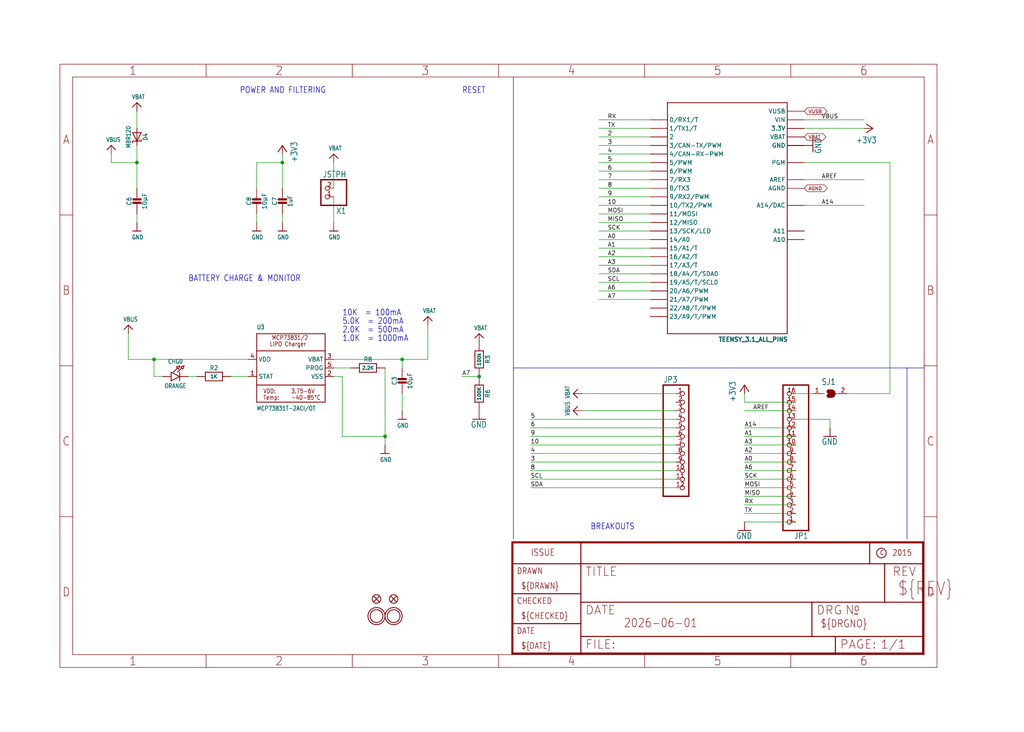
<source format=kicad_sch>
(kicad_sch (version 20230121) (generator eeschema)
  (paper "User" 303.962 217.322)
  (lib_symbols
    (symbol "working-eagle-import:+3V3" (power)
      (property "Value" "+3V3" (at -2.54 -5.08 90))
      (symbol "+3V3_1_0"
        (polyline (pts (xy 0 0) (xy -1.27 -1.905)) (stroke (width 0.254)))
        (polyline (pts (xy 1.27 -1.905) (xy 0 0)) (stroke (width 0.254)))
        (pin power_in line (at 0 -2.54 90) (length 2.54) (name "+3V3") (number "1"))
      )
    )
    (symbol "working-eagle-import:CAP_CERAMIC0603_NO"
      (property "Reference" "C" (at -2.29 1.25 90))
      (symbol "CAP_CERAMIC0603_NO_1_0"
        (rectangle (start -1.27 0.508) (end 1.27 1.016) (fill (type outline)))
        (rectangle (start -1.27 1.524) (end 1.27 2.032) (fill (type outline)))
        (polyline (pts (xy 0 0.762) (xy 0 0)) (stroke (width 0.1524)))
        (polyline (pts (xy 0 2.54) (xy 0 1.778)) (stroke (width 0.1524)))
        (pin passive line (at 0 5.08 270) (length 2.54) (name "1") (number "1"))
        (pin passive line (at 0 -2.54 90) (length 2.54) (name "2") (number "2"))
      )
    )
    (symbol "working-eagle-import:CAP_CERAMIC0805-NOOUTLINE"
      (property "Reference" "C" (at -2.29 1.25 90))
      (symbol "CAP_CERAMIC0805-NOOUTLINE_1_0"
        (rectangle (start -1.27 0.508) (end 1.27 1.016) (fill (type outline)))
        (rectangle (start -1.27 1.524) (end 1.27 2.032) (fill (type outline)))
        (polyline (pts (xy 0 0.762) (xy 0 0)) (stroke (width 0.1524)))
        (polyline (pts (xy 0 2.54) (xy 0 1.778)) (stroke (width 0.1524)))
        (pin passive line (at 0 5.08 270) (length 2.54) (name "1") (number "1"))
        (pin passive line (at 0 -2.54 90) (length 2.54) (name "2") (number "2"))
      )
    )
    (symbol "working-eagle-import:CON_JST_PH_2PIN"
      (property "Reference" "X" (at -6.35 5.715 0))
      (symbol "CON_JST_PH_2PIN_1_0"
        (polyline (pts (xy -6.35 -2.54) (xy 1.27 -2.54)) (stroke (width 0.4064)))
        (polyline (pts (xy -6.35 5.08) (xy -6.35 -2.54)) (stroke (width 0.4064)))
        (polyline (pts (xy 1.27 -2.54) (xy 1.27 5.08)) (stroke (width 0.4064)))
        (polyline (pts (xy 1.27 5.08) (xy -6.35 5.08)) (stroke (width 0.4064)))
        (pin passive inverted (at -2.54 2.54 0) (length 2.54) (name "1") (number "1"))
        (pin passive inverted (at -2.54 0 0) (length 2.54) (name "2") (number "2"))
      )
    )
    (symbol "working-eagle-import:DIODE-SCHOTTKYSOD-123"
      (property "Reference" "D" (at 0 2.54 0))
      (symbol "DIODE-SCHOTTKYSOD-123_1_0"
        (polyline (pts (xy -1.27 -1.27) (xy 1.27 0)) (stroke (width 0.254)))
        (polyline (pts (xy -1.27 1.27) (xy -1.27 -1.27)) (stroke (width 0.254)))
        (polyline (pts (xy 1.27 -1.27) (xy 1.778 -1.27)) (stroke (width 0.254)))
        (polyline (pts (xy 1.27 0) (xy -1.27 1.27)) (stroke (width 0.254)))
        (polyline (pts (xy 1.27 0) (xy 1.27 -1.27)) (stroke (width 0.254)))
        (polyline (pts (xy 1.27 1.27) (xy 0.762 1.27)) (stroke (width 0.254)))
        (polyline (pts (xy 1.27 1.27) (xy 1.27 0)) (stroke (width 0.254)))
        (pin passive line (at -2.54 0 0) (length 2.54) (name "A") (number "A"))
        (pin passive line (at 2.54 0 180) (length 2.54) (name "C") (number "C"))
      )
    )
    (symbol "working-eagle-import:FIDUCIAL{dblquote}{dblquote}"
      (symbol "FIDUCIAL{dblquote}{dblquote}_1_0"
        (polyline (pts (xy -0.762 0.762) (xy 0.762 -0.762)) (stroke (width 0.254)))
        (polyline (pts (xy 0.762 0.762) (xy -0.762 -0.762)) (stroke (width 0.254)))
        (circle (center 0 0) (radius 1.27) (stroke (width 0.254)))
      )
    )
    (symbol "working-eagle-import:FRAME_A4"
      (symbol "FRAME_A4_1_0"
        (polyline (pts (xy 0 44.7675) (xy 3.81 44.7675)))
        (polyline (pts (xy 0 89.535) (xy 3.81 89.535)))
        (polyline (pts (xy 0 134.3025) (xy 3.81 134.3025)))
        (polyline (pts (xy 3.81 3.81) (xy 3.81 175.26)))
        (polyline (pts (xy 43.3917 0) (xy 43.3917 3.81)))
        (polyline (pts (xy 43.3917 175.26) (xy 43.3917 179.07)))
        (polyline (pts (xy 86.7833 0) (xy 86.7833 3.81)))
        (polyline (pts (xy 86.7833 175.26) (xy 86.7833 179.07)))
        (polyline (pts (xy 130.175 0) (xy 130.175 3.81)))
        (polyline (pts (xy 130.175 175.26) (xy 130.175 179.07)))
        (polyline (pts (xy 173.5667 0) (xy 173.5667 3.81)))
        (polyline (pts (xy 173.5667 175.26) (xy 173.5667 179.07)))
        (polyline (pts (xy 216.9583 0) (xy 216.9583 3.81)))
        (polyline (pts (xy 216.9583 175.26) (xy 216.9583 179.07)))
        (polyline (pts (xy 256.54 3.81) (xy 3.81 3.81)))
        (polyline (pts (xy 256.54 3.81) (xy 256.54 8.89)) (stroke (width 0.1016)))
        (polyline (pts (xy 256.54 3.81) (xy 256.54 175.26)))
        (polyline (pts (xy 256.54 8.89) (xy 256.54 13.97)) (stroke (width 0.1016)))
        (polyline (pts (xy 256.54 13.97) (xy 256.54 19.05)) (stroke (width 0.1016)))
        (polyline (pts (xy 256.54 19.05) (xy 256.54 36.83)) (stroke (width 0.1016)))
        (polyline (pts (xy 256.54 44.7675) (xy 260.35 44.7675)))
        (polyline (pts (xy 256.54 89.535) (xy 260.35 89.535)))
        (polyline (pts (xy 256.54 134.3025) (xy 260.35 134.3025)))
        (polyline (pts (xy 256.54 175.26) (xy 3.81 175.26)))
        (polyline (pts (xy 0 0) (xy 260.35 0) (xy 260.35 179.07) (xy 0 179.07) (xy 0 0)))
        (text "1" (at 21.6958 1.905 0) (effects (font (size 2.54 2.286))))
        (text "1" (at 21.6958 177.165 0) (effects (font (size 2.54 2.286))))
        (text "2" (at 65.0875 1.905 0) (effects (font (size 2.54 2.286))))
        (text "2" (at 65.0875 177.165 0) (effects (font (size 2.54 2.286))))
        (text "3" (at 108.4792 1.905 0) (effects (font (size 2.54 2.286))))
        (text "3" (at 108.4792 177.165 0) (effects (font (size 2.54 2.286))))
        (text "4" (at 151.8708 1.905 0) (effects (font (size 2.54 2.286))))
        (text "4" (at 151.8708 177.165 0) (effects (font (size 2.54 2.286))))
        (text "5" (at 195.2625 1.905 0) (effects (font (size 2.54 2.286))))
        (text "5" (at 195.2625 177.165 0) (effects (font (size 2.54 2.286))))
        (text "6" (at 238.6542 1.905 0) (effects (font (size 2.54 2.286))))
        (text "6" (at 238.6542 177.165 0) (effects (font (size 2.54 2.286))))
        (text "A" (at 1.905 156.6863 0) (effects (font (size 2.54 2.286))))
        (text "A" (at 258.445 156.6863 0) (effects (font (size 2.54 2.286))))
        (text "B" (at 1.905 111.9188 0) (effects (font (size 2.54 2.286))))
        (text "B" (at 258.445 111.9188 0) (effects (font (size 2.54 2.286))))
        (text "C" (at 1.905 67.1513 0) (effects (font (size 2.54 2.286))))
        (text "C" (at 258.445 67.1513 0) (effects (font (size 2.54 2.286))))
        (text "D" (at 1.905 22.3838 0) (effects (font (size 2.54 2.286))))
        (text "D" (at 258.445 22.3838 0) (effects (font (size 2.54 2.286))))
      )
      (symbol "FRAME_A4_2_0"
        (polyline (pts (xy -0.3048 1.5748) (xy 20.0152 1.5748)) (stroke (width 0.6096)))
        (polyline (pts (xy -0.3048 10.4648) (xy -0.3048 1.5748)) (stroke (width 0.6096)))
        (polyline (pts (xy -0.3048 10.4648) (xy 20.0152 10.4648)) (stroke (width 0.3048)))
        (polyline (pts (xy -0.3048 19.3548) (xy -0.3048 10.4648)) (stroke (width 0.6096)))
        (polyline (pts (xy -0.3048 19.3548) (xy 20.0152 19.3548)) (stroke (width 0.3048)))
        (polyline (pts (xy -0.3048 28.2448) (xy -0.3048 19.3548)) (stroke (width 0.6096)))
        (polyline (pts (xy -0.3048 28.2448) (xy 20.0152 28.2448)) (stroke (width 0.3048)))
        (polyline (pts (xy -0.3048 34.5948) (xy -0.3048 28.2448)) (stroke (width 0.6096)))
        (polyline (pts (xy 20.0152 1.5748) (xy 20.0152 6.6548)) (stroke (width 0.3048)))
        (polyline (pts (xy 20.0152 1.5748) (xy 95.5802 1.5748)) (stroke (width 0.6096)))
        (polyline (pts (xy 20.0152 6.6548) (xy 20.0152 10.4648)) (stroke (width 0.3048)))
        (polyline (pts (xy 20.0152 6.6548) (xy 88.5952 6.6548)) (stroke (width 0.3048)))
        (polyline (pts (xy 20.0152 10.4648) (xy 20.0152 16.8148)) (stroke (width 0.3048)))
        (polyline (pts (xy 20.0152 16.8148) (xy 20.0152 19.3548)) (stroke (width 0.3048)))
        (polyline (pts (xy 20.0152 19.3548) (xy 20.0152 28.2448)) (stroke (width 0.3048)))
        (polyline (pts (xy 20.0152 28.2448) (xy 20.0152 34.5948)) (stroke (width 0.3048)))
        (polyline (pts (xy 20.0152 28.2448) (xy 105.7402 28.2448)) (stroke (width 0.3048)))
        (polyline (pts (xy 20.0152 34.5948) (xy -0.3048 34.5948)) (stroke (width 0.6096)))
        (polyline (pts (xy 88.5952 6.6548) (xy 95.5802 6.6548)) (stroke (width 0.3048)))
        (polyline (pts (xy 88.5952 16.8148) (xy 20.0152 16.8148)) (stroke (width 0.3048)))
        (polyline (pts (xy 88.5952 16.8148) (xy 88.5952 6.6548)) (stroke (width 0.3048)))
        (polyline (pts (xy 95.5802 1.5748) (xy 121.6152 1.5748)) (stroke (width 0.6096)))
        (polyline (pts (xy 95.5802 6.6548) (xy 95.5802 1.5748)) (stroke (width 0.3048)))
        (polyline (pts (xy 95.5802 6.6548) (xy 121.6152 6.6548)) (stroke (width 0.3048)))
        (polyline (pts (xy 101.2952 13.3223) (xy 102.2477 13.3223)) (stroke (width 0.254)))
        (polyline (pts (xy 105.7402 28.2448) (xy 105.7402 34.5948)) (stroke (width 0.3048)))
        (polyline (pts (xy 105.7402 28.2448) (xy 110.1852 28.2448)) (stroke (width 0.3048)))
        (polyline (pts (xy 105.7402 34.5948) (xy 20.0152 34.5948)) (stroke (width 0.6096)))
        (polyline (pts (xy 110.1852 16.8148) (xy 88.5952 16.8148)) (stroke (width 0.3048)))
        (polyline (pts (xy 110.1852 28.2448) (xy 110.1852 16.8148)) (stroke (width 0.3048)))
        (polyline (pts (xy 110.1852 28.2448) (xy 121.6152 28.2448)) (stroke (width 0.3048)))
        (polyline (pts (xy 121.6152 6.6548) (xy 121.6152 1.5748)) (stroke (width 0.6096)))
        (polyline (pts (xy 121.6152 16.8148) (xy 110.1852 16.8148)) (stroke (width 0.3048)))
        (polyline (pts (xy 121.6152 16.8148) (xy 121.6152 6.6548)) (stroke (width 0.6096)))
        (polyline (pts (xy 121.6152 28.2448) (xy 121.6152 16.8148)) (stroke (width 0.6096)))
        (polyline (pts (xy 121.6152 34.5948) (xy 105.7402 34.5948)) (stroke (width 0.6096)))
        (polyline (pts (xy 121.6152 34.5948) (xy 121.6152 28.2448)) (stroke (width 0.6096)))
        (circle (center 109.2327 31.4198) (radius 1.4199) (stroke (width 0.254)))
        (text "${#}/${##}" (at 108.9152 2.8448 0) (effects (font (size 2.54 2.54)) (justify left bottom)))
        (text "${CHECKED}" (at 2.2352 11.7348 0) (effects (font (size 1.778 1.5113)) (justify left bottom)))
        (text "${COMPANY}" (at 23.349 29.6735 0) (effects (font (size 3.175 2.6987) (thickness 0.5397) bold) (justify left bottom)))
        (text "${CURRENT_DATE}" (at 32.7152 9.1948 0) (effects (font (size 2.54 2.159)) (justify left bottom)))
        (text "${DATE}" (at 2.2352 2.8448 0) (effects (font (size 1.778 1.5113)) (justify left bottom)))
        (text "${DRAWN}" (at 2.2352 20.6248 0) (effects (font (size 1.778 1.5113)) (justify left bottom)))
        (text "${DRGNO}" (at 91.1352 9.1948 0) (effects (font (size 2.1844 1.8567)) (justify left bottom)))
        (text "${PROJECTNAME}" (at 33.0327 2.8448 0) (effects (font (size 2.54 2.159)) (justify left bottom)))
        (text "${REV}" (at 113.9952 18.7198 0) (effects (font (size 3.81 3.2385)) (justify left bottom)))
        (text "2015" (at 112.4077 30.4673 0) (effects (font (size 1.778 1.5113)) (justify left bottom)))
        (text "C" (at 108.7564 30.7848 0) (effects (font (size 1.27 1.0795)) (justify left bottom)))
        (text "CHECKED" (at 0.9652 16.1798 0) (effects (font (size 1.778 1.5113)) (justify left bottom)))
        (text "DATE" (at 0.9652 7.2898 0) (effects (font (size 1.778 1.5113)) (justify left bottom)))
        (text "DATE" (at 21.2852 13.0048 0) (effects (font (size 2.54 2.54)) (justify left bottom)))
        (text "DRAWN" (at 0.9652 25.0698 0) (effects (font (size 1.778 1.5113)) (justify left bottom)))
        (text "DRG" (at 89.8652 13.0048 0) (effects (font (size 2.54 2.54)) (justify left bottom)))
        (text "FILE:" (at 21.2852 2.8448 0) (effects (font (size 2.54 2.54)) (justify left bottom)))
        (text "ISSUE" (at 5.0927 30.4673 0) (effects (font (size 1.9304 1.6408)) (justify left bottom)))
        (text "N" (at 98.4377 13.0048 0) (effects (font (size 2.54 2.54)) (justify left bottom)))
        (text "o" (at 100.9777 13.9573 0) (effects (font (size 2.1844 1.8567)) (justify left bottom)))
        (text "PAGE:" (at 96.8502 2.8448 0) (effects (font (size 2.54 2.54)) (justify left bottom)))
        (text "REV" (at 112.4077 24.4348 0) (effects (font (size 2.54 2.54)) (justify left bottom)))
        (text "TITLE" (at 21.2852 24.4348 0) (effects (font (size 2.54 2.54)) (justify left bottom)))
      )
    )
    (symbol "working-eagle-import:GND" (power)
      (property "Value" "GND" (at -1.524 -2.54 0))
      (symbol "GND_1_0"
        (polyline (pts (xy -1.27 0) (xy 1.27 0)) (stroke (width 0.254)))
        (pin power_in line (at 0 2.54 270) (length 2.54) (name "GND") (number "1"))
      )
    )
    (symbol "working-eagle-import:HEADER-1X12"
      (property "Reference" "JP" (at -6.35 18.415 0))
      (symbol "HEADER-1X12_1_0"
        (polyline (pts (xy -6.35 -15.24) (xy 1.27 -15.24)) (stroke (width 0.4064)))
        (polyline (pts (xy -6.35 17.78) (xy -6.35 -15.24)) (stroke (width 0.4064)))
        (polyline (pts (xy 1.27 -15.24) (xy 1.27 17.78)) (stroke (width 0.4064)))
        (polyline (pts (xy 1.27 17.78) (xy -6.35 17.78)) (stroke (width 0.4064)))
        (pin passive inverted (at -2.54 15.24 0) (length 2.54) (name "1") (number "1"))
        (pin passive inverted (at -2.54 -7.62 0) (length 2.54) (name "10") (number "10"))
        (pin passive inverted (at -2.54 -10.16 0) (length 2.54) (name "11") (number "11"))
        (pin passive inverted (at -2.54 -12.7 0) (length 2.54) (name "12") (number "12"))
        (pin passive inverted (at -2.54 12.7 0) (length 2.54) (name "2") (number "2"))
        (pin passive inverted (at -2.54 10.16 0) (length 2.54) (name "3") (number "3"))
        (pin passive inverted (at -2.54 7.62 0) (length 2.54) (name "4") (number "4"))
        (pin passive inverted (at -2.54 5.08 0) (length 2.54) (name "5") (number "5"))
        (pin passive inverted (at -2.54 2.54 0) (length 2.54) (name "6") (number "6"))
        (pin passive inverted (at -2.54 0 0) (length 2.54) (name "7") (number "7"))
        (pin passive inverted (at -2.54 -2.54 0) (length 2.54) (name "8") (number "8"))
        (pin passive inverted (at -2.54 -5.08 0) (length 2.54) (name "9") (number "9"))
      )
    )
    (symbol "working-eagle-import:HEADER-1X16ROUND"
      (property "Reference" "JP" (at -6.35 20.955 0))
      (symbol "HEADER-1X16ROUND_1_0"
        (polyline (pts (xy -6.35 -22.86) (xy 1.27 -22.86)) (stroke (width 0.4064)))
        (polyline (pts (xy -6.35 20.32) (xy -6.35 -22.86)) (stroke (width 0.4064)))
        (polyline (pts (xy 1.27 -22.86) (xy 1.27 20.32)) (stroke (width 0.4064)))
        (polyline (pts (xy 1.27 20.32) (xy -6.35 20.32)) (stroke (width 0.4064)))
        (pin passive inverted (at -2.54 17.78 0) (length 2.54) (name "1") (number "1"))
        (pin passive inverted (at -2.54 -5.08 0) (length 2.54) (name "10") (number "10"))
        (pin passive inverted (at -2.54 -7.62 0) (length 2.54) (name "11") (number "11"))
        (pin passive inverted (at -2.54 -10.16 0) (length 2.54) (name "12") (number "12"))
        (pin passive inverted (at -2.54 -12.7 0) (length 2.54) (name "13") (number "13"))
        (pin passive inverted (at -2.54 -15.24 0) (length 2.54) (name "14") (number "14"))
        (pin passive inverted (at -2.54 -17.78 0) (length 2.54) (name "15") (number "15"))
        (pin passive inverted (at -2.54 -20.32 0) (length 2.54) (name "16") (number "16"))
        (pin passive inverted (at -2.54 15.24 0) (length 2.54) (name "2") (number "2"))
        (pin passive inverted (at -2.54 12.7 0) (length 2.54) (name "3") (number "3"))
        (pin passive inverted (at -2.54 10.16 0) (length 2.54) (name "4") (number "4"))
        (pin passive inverted (at -2.54 7.62 0) (length 2.54) (name "5") (number "5"))
        (pin passive inverted (at -2.54 5.08 0) (length 2.54) (name "6") (number "6"))
        (pin passive inverted (at -2.54 2.54 0) (length 2.54) (name "7") (number "7"))
        (pin passive inverted (at -2.54 0 0) (length 2.54) (name "8") (number "8"))
        (pin passive inverted (at -2.54 -2.54 0) (length 2.54) (name "9") (number "9"))
      )
    )
    (symbol "working-eagle-import:LED0805_NOOUTLINE"
      (property "Reference" "D" (at -1.27 4.445 0))
      (symbol "LED0805_NOOUTLINE_1_0"
        (polyline (pts (xy -2.54 -1.27) (xy 0 0)) (stroke (width 0.254)))
        (polyline (pts (xy -2.54 1.27) (xy -2.54 -1.27)) (stroke (width 0.254)))
        (polyline (pts (xy -1.905 1.27) (xy -0.635 2.54)) (stroke (width 0.254)))
        (polyline (pts (xy -0.9525 2.8575) (xy -0.3175 2.2225)) (stroke (width 0.254)))
        (polyline (pts (xy -0.635 1.27) (xy 0.635 2.54)) (stroke (width 0.254)))
        (polyline (pts (xy -0.3175 2.2225) (xy 0 3.175)) (stroke (width 0.254)))
        (polyline (pts (xy 0 0) (xy -2.54 1.27)) (stroke (width 0.254)))
        (polyline (pts (xy 0 0) (xy 0 -1.27)) (stroke (width 0.254)))
        (polyline (pts (xy 0 1.27) (xy 0 0)) (stroke (width 0.254)))
        (polyline (pts (xy 0 3.175) (xy -0.9525 2.8575)) (stroke (width 0.254)))
        (polyline (pts (xy 0.3175 2.8575) (xy 0.9525 2.2225)) (stroke (width 0.254)))
        (polyline (pts (xy 0.9525 2.2225) (xy 1.27 3.175)) (stroke (width 0.254)))
        (polyline (pts (xy 1.27 3.175) (xy 0.3175 2.8575)) (stroke (width 0.254)))
        (pin passive line (at -5.08 0 0) (length 2.54) (name "A") (number "A"))
        (pin passive line (at 2.54 0 180) (length 2.54) (name "C") (number "C"))
      )
    )
    (symbol "working-eagle-import:MCP73831/2"
      (property "Reference" "U" (at -10.16 11.43 0))
      (symbol "MCP73831/2_1_0"
        (polyline (pts (xy -10.16 -5.08) (xy -10.16 -10.16)) (stroke (width 0.254)))
        (polyline (pts (xy -10.16 -5.08) (xy -10.16 5.08)) (stroke (width 0.254)))
        (polyline (pts (xy -10.16 5.08) (xy 10.16 5.08)) (stroke (width 0.254)))
        (polyline (pts (xy -10.16 10.16) (xy -10.16 5.08)) (stroke (width 0.254)))
        (polyline (pts (xy -10.16 10.16) (xy 10.16 10.16)) (stroke (width 0.254)))
        (polyline (pts (xy 10.16 -10.16) (xy -10.16 -10.16)) (stroke (width 0.254)))
        (polyline (pts (xy 10.16 -5.08) (xy -10.16 -5.08)) (stroke (width 0.254)))
        (polyline (pts (xy 10.16 -5.08) (xy 10.16 -10.16)) (stroke (width 0.254)))
        (polyline (pts (xy 10.16 5.08) (xy 10.16 -5.08)) (stroke (width 0.254)))
        (polyline (pts (xy 10.16 10.16) (xy 10.16 5.08)) (stroke (width 0.254)))
        (text "-40-85°C" (at 0 -9.525 0) (effects (font (size 1.27 1.0795)) (justify left bottom)))
        (text "3.75-6V" (at 0 -7.62 0) (effects (font (size 1.27 1.0795)) (justify left bottom)))
        (text "LIPO Charger" (at -6.35 6.35 0) (effects (font (size 1.27 1.0795)) (justify left bottom)))
        (text "MCP73831/2" (at -5.715 8.255 0) (effects (font (size 1.27 1.0795)) (justify left bottom)))
        (text "Temp:" (at -8.255 -9.525 0) (effects (font (size 1.27 1.0795)) (justify left bottom)))
        (text "VDD:" (at -8.255 -7.62 0) (effects (font (size 1.27 1.0795)) (justify left bottom)))
        (pin output line (at -12.7 -2.54 0) (length 2.54) (name "STAT") (number "1"))
        (pin power_in line (at 12.7 -2.54 180) (length 2.54) (name "VSS") (number "2"))
        (pin power_in line (at 12.7 2.54 180) (length 2.54) (name "VBAT") (number "3"))
        (pin power_in line (at -12.7 2.54 0) (length 2.54) (name "VDD") (number "4"))
        (pin input line (at 12.7 0 180) (length 2.54) (name "PROG") (number "5"))
      )
    )
    (symbol "working-eagle-import:MOUNTINGHOLE2.5"
      (symbol "MOUNTINGHOLE2.5_1_0"
        (circle (center 0 0) (radius 1.905) (stroke (width 0.254)))
        (circle (center 0 0) (radius 2.54) (stroke (width 0.254)))
      )
    )
    (symbol "working-eagle-import:RESISTOR_0603_NOOUT"
      (property "Reference" "R" (at 0 2.54 0))
      (symbol "RESISTOR_0603_NOOUT_1_0"
        (polyline (pts (xy -2.54 -1.27) (xy -2.54 1.27)) (stroke (width 0.254)))
        (polyline (pts (xy -2.54 1.27) (xy 2.54 1.27)) (stroke (width 0.254)))
        (polyline (pts (xy 2.54 -1.27) (xy -2.54 -1.27)) (stroke (width 0.254)))
        (polyline (pts (xy 2.54 1.27) (xy 2.54 -1.27)) (stroke (width 0.254)))
        (pin passive line (at -5.08 0 0) (length 2.54) (name "1") (number "1"))
        (pin passive line (at 5.08 0 180) (length 2.54) (name "2") (number "2"))
      )
    )
    (symbol "working-eagle-import:SOLDERJUMPERCLOSED"
      (property "Reference" "SJ" (at -2.54 2.54 0))
      (symbol "SOLDERJUMPERCLOSED_1_0"
        (arc (start -0.381 -0.635) (mid 0.2514 -0.0001) (end -0.3808 0.635) (stroke (width 1.27)))
        (polyline (pts (xy -2.54 0) (xy -1.651 0)) (stroke (width 0.1524)))
        (polyline (pts (xy 2.54 0) (xy 1.651 0)) (stroke (width 0.1524)))
        (arc (start 0.3808 -0.635) (mid 1.0132 -0.0001) (end 0.381 0.635) (stroke (width 1.27)))
        (pin passive line (at -5.08 0 0) (length 2.54) (name "1") (number "1"))
        (pin passive line (at 5.08 0 180) (length 2.54) (name "2") (number "2"))
      )
    )
    (symbol "working-eagle-import:TEENSY_3.1_ALL_PINS"
      (symbol "TEENSY_3.1_ALL_PINS_1_0"
        (polyline (pts (xy -17.78 -35.56) (xy 17.78 -35.56)) (stroke (width 0.254)))
        (polyline (pts (xy -17.78 33.02) (xy -17.78 -35.56)) (stroke (width 0.254)))
        (polyline (pts (xy 17.78 -35.56) (xy 17.78 33.02)) (stroke (width 0.254)))
        (polyline (pts (xy 17.78 33.02) (xy -17.78 33.02)) (stroke (width 0.254)))
        (pin bidirectional line (at -22.86 27.94 0) (length 5.08) (name "0/RX1/T") (number "0"))
        (pin bidirectional line (at -22.86 25.4 0) (length 5.08) (name "1/TX1/T") (number "1"))
        (pin bidirectional line (at -22.86 2.54 0) (length 5.08) (name "10/TX2/PWM") (number "10"))
        (pin bidirectional line (at -22.86 0 0) (length 5.08) (name "11/MOSI") (number "11"))
        (pin bidirectional line (at -22.86 -2.54 0) (length 5.08) (name "12/MISO") (number "12"))
        (pin bidirectional line (at -22.86 -5.08 0) (length 5.08) (name "13/SCK/LED") (number "13"))
        (pin bidirectional line (at -22.86 -7.62 0) (length 5.08) (name "14/A0") (number "14/A0"))
        (pin bidirectional line (at -22.86 -10.16 0) (length 5.08) (name "15/A1/T") (number "15/A1"))
        (pin bidirectional line (at -22.86 -12.7 0) (length 5.08) (name "16/A2/T") (number "16/A2"))
        (pin bidirectional line (at -22.86 -15.24 0) (length 5.08) (name "17/A3/T") (number "17/A3"))
        (pin bidirectional line (at -22.86 -17.78 0) (length 5.08) (name "18/A4/T/SDA0") (number "18/A4"))
        (pin bidirectional line (at -22.86 -20.32 0) (length 5.08) (name "19/A5/T/SCL0") (number "19/A5"))
        (pin bidirectional line (at -22.86 22.86 0) (length 5.08) (name "2") (number "2"))
        (pin bidirectional line (at -22.86 -22.86 0) (length 5.08) (name "20/A6/PWM") (number "20/A6"))
        (pin bidirectional line (at -22.86 -25.4 0) (length 5.08) (name "21/A7/PWM") (number "21/A7"))
        (pin bidirectional line (at -22.86 -27.94 0) (length 5.08) (name "22/A8/T/PWM") (number "22/A8"))
        (pin bidirectional line (at -22.86 -30.48 0) (length 5.08) (name "23/A9/T/PWM") (number "23/A9"))
        (pin bidirectional line (at -22.86 20.32 0) (length 5.08) (name "3/CAN-TX/PWM") (number "3"))
        (pin power_in line (at 22.86 25.4 180) (length 5.08) (name "3.3V") (number "3.3V"))
        (pin power_in line (at 22.86 25.4 180) (length 5.08) (name "3.3V") (number "3.3V1"))
        (pin bidirectional line (at -22.86 17.78 0) (length 5.08) (name "4/CAN-RX-PWM") (number "4"))
        (pin bidirectional line (at -22.86 15.24 0) (length 5.08) (name "5/PWM") (number "5"))
        (pin bidirectional line (at -22.86 12.7 0) (length 5.08) (name "6/PWM") (number "6"))
        (pin bidirectional line (at -22.86 10.16 0) (length 5.08) (name "7/RX3") (number "7"))
        (pin bidirectional line (at -22.86 7.62 0) (length 5.08) (name "8/TX3") (number "8"))
        (pin bidirectional line (at -22.86 5.08 0) (length 5.08) (name "9/RX2/PWM") (number "9"))
        (pin bidirectional line (at 22.86 -7.62 180) (length 5.08) (name "A10") (number "A10"))
        (pin bidirectional line (at 22.86 -5.08 180) (length 5.08) (name "A11") (number "A11"))
        (pin power_in line (at 22.86 7.62 180) (length 5.08) (name "AGND") (number "AGND"))
        (pin power_in line (at 22.86 10.16 180) (length 5.08) (name "AREF") (number "AREF"))
        (pin power_in line (at 22.86 20.32 180) (length 5.08) (name "GND") (number "GND"))
        (pin power_in line (at 22.86 20.32 180) (length 5.08) (name "GND") (number "GND1"))
        (pin bidirectional line (at 22.86 15.24 180) (length 5.08) (name "PGM") (number "PGM"))
        (pin bidirectional line (at 22.86 2.54 180) (length 5.08) (name "A14/DAC") (number "RESET/DAC"))
        (pin power_in line (at 22.86 22.86 180) (length 5.08) (name "VBAT") (number "VBAT"))
        (pin power_in line (at 22.86 27.94 180) (length 5.08) (name "VIN") (number "VIN"))
        (pin power_in line (at 22.86 30.48 180) (length 5.08) (name "VUSB") (number "VUSB"))
      )
    )
    (symbol "working-eagle-import:VBAT" (power)
      (property "Value" "VBAT" (at -1.524 1.016 0))
      (symbol "VBAT_1_0"
        (polyline (pts (xy -1.27 -1.27) (xy 0 0)) (stroke (width 0.254)))
        (polyline (pts (xy 0 0) (xy 1.27 -1.27)) (stroke (width 0.254)))
        (pin power_in line (at 0 -2.54 90) (length 2.54) (name "VBAT") (number "1"))
      )
    )
    (symbol "working-eagle-import:VBUS" (power)
      (property "Value" "VBUS" (at -1.524 1.016 0))
      (symbol "VBUS_1_0"
        (polyline (pts (xy -1.27 -1.27) (xy 0 0)) (stroke (width 0.254)))
        (polyline (pts (xy 0 0) (xy 1.27 -1.27)) (stroke (width 0.254)))
        (pin power_in line (at 0 -2.54 90) (length 2.54) (name "VBUS") (number "1"))
      )
    )
    (symbol "working-eagle-import:supply1_GND" (power)
      (property "Value" "supply1_GND" (at -2.54 -2.54 0))
      (symbol "supply1_GND_1_0"
        (polyline (pts (xy -1.905 0) (xy 1.905 0)) (stroke (width 0.254)))
        (pin power_in line (at 0 2.54 270) (length 2.54) (name "GND") (number "1"))
      )
    )
  )
  (junction (at 142.24 111.76))
  (junction (at 45.72 106.68))
  (junction (at 119.38 106.68))
  (junction (at 83.82 48.26))
  (junction (at 40.64 48.26))
  (junction (at 114.3 129.54))
  (wire (pts (xy 38.1 106.68) (xy 45.72 106.68)) (stroke (width 0.1524)))
  (wire (pts (xy 238.76 60.96) (xy 256.54 60.96)) (stroke (width 0.1524)))
  (wire (pts (xy 157.48 137.16) (xy 200.66 137.16)) (stroke (width 0.1524)))
  (wire (pts (xy 220.98 154.94) (xy 236.22 154.94)) (stroke (width 0.1524)))
  (wire (pts (xy 114.3 129.54) (xy 114.3 132.08)) (stroke (width 0.1524)))
  (wire (pts (xy 264.16 116.84) (xy 264.16 48.26)) (stroke (width 0.1524)))
  (wire (pts (xy 193.04 73.66) (xy 177.8 73.66)) (stroke (width 0.1524)))
  (wire (pts (xy 83.82 48.26) (xy 83.82 55.88)) (stroke (width 0.1524)))
  (wire (pts (xy 200.66 121.92) (xy 172.72 121.92)) (stroke (width 0.1524)))
  (wire (pts (xy 193.04 68.58) (xy 177.8 68.58)) (stroke (width 0.1524)))
  (wire (pts (xy 177.8 60.96) (xy 193.04 60.96)) (stroke (width 0.1524)))
  (wire (pts (xy 38.1 99.06) (xy 38.1 106.68)) (stroke (width 0.1524)))
  (wire (pts (xy 40.64 43.18) (xy 40.64 48.26)) (stroke (width 0.1524)))
  (wire (pts (xy 200.66 134.62) (xy 157.48 134.62)) (stroke (width 0.1524)))
  (wire (pts (xy 99.06 111.76) (xy 101.6 111.76)) (stroke (width 0.1524)))
  (wire (pts (xy 76.2 55.88) (xy 76.2 48.26)) (stroke (width 0.1524)))
  (wire (pts (xy 177.8 45.72) (xy 193.04 45.72)) (stroke (width 0.1524)))
  (wire (pts (xy 101.6 111.76) (xy 101.6 129.54)) (stroke (width 0.1524)))
  (wire (pts (xy 236.22 127) (xy 220.98 127)) (stroke (width 0.1524)))
  (wire (pts (xy 177.8 71.12) (xy 193.04 71.12)) (stroke (width 0.1524)))
  (polyline (pts (xy 274.32 109.22) (xy 269.24 109.22)) (stroke (width 0.1524) (type solid)))
  (wire (pts (xy 45.72 111.76) (xy 45.72 106.68)) (stroke (width 0.1524)))
  (wire (pts (xy 193.04 78.74) (xy 177.8 78.74)) (stroke (width 0.1524)))
  (wire (pts (xy 220.98 139.7) (xy 236.22 139.7)) (stroke (width 0.1524)))
  (wire (pts (xy 48.26 111.76) (xy 45.72 111.76)) (stroke (width 0.1524)))
  (wire (pts (xy 264.16 48.26) (xy 238.76 48.26)) (stroke (width 0.1524)))
  (wire (pts (xy 220.98 134.62) (xy 236.22 134.62)) (stroke (width 0.1524)))
  (wire (pts (xy 200.66 139.7) (xy 157.48 139.7)) (stroke (width 0.1524)))
  (wire (pts (xy 193.04 83.82) (xy 177.8 83.82)) (stroke (width 0.1524)))
  (wire (pts (xy 236.22 149.86) (xy 220.98 149.86)) (stroke (width 0.1524)))
  (wire (pts (xy 177.8 58.42) (xy 193.04 58.42)) (stroke (width 0.1524)))
  (wire (pts (xy 99.06 66.04) (xy 99.06 58.42)) (stroke (width 0.1524)))
  (wire (pts (xy 99.06 48.26) (xy 99.06 55.88)) (stroke (width 0.1524)))
  (wire (pts (xy 119.38 116.84) (xy 119.38 121.92)) (stroke (width 0.1524)))
  (wire (pts (xy 99.06 109.22) (xy 104.14 109.22)) (stroke (width 0.1524)))
  (wire (pts (xy 246.38 124.46) (xy 246.38 127)) (stroke (width 0.1524)))
  (wire (pts (xy 193.04 53.34) (xy 177.8 53.34)) (stroke (width 0.1524)))
  (wire (pts (xy 119.38 109.22) (xy 119.38 106.68)) (stroke (width 0.1524)))
  (wire (pts (xy 193.04 55.88) (xy 177.8 55.88)) (stroke (width 0.1524)))
  (wire (pts (xy 119.38 106.68) (xy 127 106.68)) (stroke (width 0.1524)))
  (wire (pts (xy 76.2 48.26) (xy 83.82 48.26)) (stroke (width 0.1524)))
  (wire (pts (xy 177.8 66.04) (xy 193.04 66.04)) (stroke (width 0.1524)))
  (wire (pts (xy 236.22 132.08) (xy 220.98 132.08)) (stroke (width 0.1524)))
  (wire (pts (xy 40.64 63.5) (xy 40.64 66.04)) (stroke (width 0.1524)))
  (wire (pts (xy 193.04 63.5) (xy 177.8 63.5)) (stroke (width 0.1524)))
  (wire (pts (xy 68.58 111.76) (xy 73.66 111.76)) (stroke (width 0.1524)))
  (wire (pts (xy 55.88 111.76) (xy 58.42 111.76)) (stroke (width 0.1524)))
  (wire (pts (xy 33.02 48.26) (xy 40.64 48.26)) (stroke (width 0.1524)))
  (wire (pts (xy 172.72 116.84) (xy 200.66 116.84)) (stroke (width 0.1524)))
  (wire (pts (xy 157.48 132.08) (xy 200.66 132.08)) (stroke (width 0.1524)))
  (wire (pts (xy 157.48 127) (xy 200.66 127)) (stroke (width 0.1524)))
  (wire (pts (xy 238.76 35.56) (xy 256.54 35.56)) (stroke (width 0.1524)))
  (wire (pts (xy 76.2 63.5) (xy 76.2 66.04)) (stroke (width 0.1524)))
  (wire (pts (xy 220.98 147.32) (xy 236.22 147.32)) (stroke (width 0.1524)))
  (wire (pts (xy 220.98 152.4) (xy 236.22 152.4)) (stroke (width 0.1524)))
  (wire (pts (xy 177.8 81.28) (xy 193.04 81.28)) (stroke (width 0.1524)))
  (wire (pts (xy 40.64 38.1) (xy 40.64 33.02)) (stroke (width 0.1524)))
  (polyline (pts (xy 269.24 109.22) (xy 152.4 109.22)) (stroke (width 0.1524) (type solid)))
  (wire (pts (xy 193.04 35.56) (xy 177.8 35.56)) (stroke (width 0.1524)))
  (wire (pts (xy 238.76 53.34) (xy 256.54 53.34)) (stroke (width 0.1524)))
  (wire (pts (xy 177.8 50.8) (xy 193.04 50.8)) (stroke (width 0.1524)))
  (wire (pts (xy 220.98 119.38) (xy 236.22 119.38)) (stroke (width 0.1524)))
  (wire (pts (xy 193.04 88.9) (xy 177.8 88.9)) (stroke (width 0.1524)))
  (wire (pts (xy 193.04 38.1) (xy 177.8 38.1)) (stroke (width 0.1524)))
  (wire (pts (xy 40.64 48.26) (xy 40.64 55.88)) (stroke (width 0.1524)))
  (wire (pts (xy 200.66 129.54) (xy 157.48 129.54)) (stroke (width 0.1524)))
  (polyline (pts (xy 152.4 109.22) (xy 152.4 22.86)) (stroke (width 0.1524) (type solid)))
  (wire (pts (xy 193.04 40.64) (xy 177.8 40.64)) (stroke (width 0.1524)))
  (wire (pts (xy 114.3 109.22) (xy 114.3 129.54)) (stroke (width 0.1524)))
  (wire (pts (xy 236.22 142.24) (xy 220.98 142.24)) (stroke (width 0.1524)))
  (polyline (pts (xy 152.4 160.02) (xy 152.4 109.22)) (stroke (width 0.1524) (type solid)))
  (wire (pts (xy 251.46 116.84) (xy 264.16 116.84)) (stroke (width 0.1524)))
  (wire (pts (xy 157.48 144.78) (xy 200.66 144.78)) (stroke (width 0.1524)))
  (wire (pts (xy 45.72 106.68) (xy 73.66 106.68)) (stroke (width 0.1524)))
  (wire (pts (xy 83.82 63.5) (xy 83.82 66.04)) (stroke (width 0.1524)))
  (wire (pts (xy 83.82 48.26) (xy 83.82 45.72)) (stroke (width 0.1524)))
  (wire (pts (xy 236.22 124.46) (xy 246.38 124.46)) (stroke (width 0.1524)))
  (polyline (pts (xy 269.24 160.02) (xy 269.24 109.22)) (stroke (width 0.1524) (type solid)))
  (wire (pts (xy 236.22 144.78) (xy 220.98 144.78)) (stroke (width 0.1524)))
  (wire (pts (xy 241.3 116.84) (xy 236.22 116.84)) (stroke (width 0.1524)))
  (wire (pts (xy 200.66 124.46) (xy 157.48 124.46)) (stroke (width 0.1524)))
  (wire (pts (xy 101.6 129.54) (xy 114.3 129.54)) (stroke (width 0.1524)))
  (wire (pts (xy 33.02 45.72) (xy 33.02 48.26)) (stroke (width 0.1524)))
  (wire (pts (xy 119.38 106.68) (xy 99.06 106.68)) (stroke (width 0.1524)))
  (wire (pts (xy 236.22 121.92) (xy 220.98 121.92)) (stroke (width 0.1524)))
  (wire (pts (xy 256.54 38.1) (xy 238.76 38.1)) (stroke (width 0.1524)))
  (wire (pts (xy 220.98 116.84) (xy 220.98 119.38)) (stroke (width 0.1524)))
  (wire (pts (xy 177.8 86.36) (xy 193.04 86.36)) (stroke (width 0.1524)))
  (wire (pts (xy 177.8 43.18) (xy 193.04 43.18)) (stroke (width 0.1524)))
  (wire (pts (xy 127 96.52) (xy 127 106.68)) (stroke (width 0.1524)))
  (wire (pts (xy 142.24 111.76) (xy 137.16 111.76)) (stroke (width 0.1524)))
  (wire (pts (xy 193.04 48.26) (xy 177.8 48.26)) (stroke (width 0.1524)))
  (wire (pts (xy 177.8 76.2) (xy 193.04 76.2)) (stroke (width 0.1524)))
  (wire (pts (xy 236.22 137.16) (xy 220.98 137.16)) (stroke (width 0.1524)))
  (wire (pts (xy 220.98 129.54) (xy 236.22 129.54)) (stroke (width 0.1524)))
  (wire (pts (xy 200.66 142.24) (xy 157.48 142.24)) (stroke (width 0.1524)))
  (text "RESET" (at 137.16 27.94 0) (effects (font (size 1.778 1.5113)) (justify left bottom)))
  (text "1.0K  = 1000mA" (at 101.6 101.6 0) (effects (font (size 1.778 1.5113)) (justify left bottom)))
  (text "BREAKOUTS" (at 175.26 157.48 0) (effects (font (size 1.778 1.5113)) (justify left bottom)))
  (text "2.0K  = 500mA" (at 101.6 99.06 0) (effects (font (size 1.778 1.5113)) (justify left bottom)))
  (text "POWER AND FILTERING" (at 71.12 27.94 0) (effects (font (size 1.778 1.5113)) (justify left bottom)))
  (text "BATTERY CHARGE & MONITOR" (at 55.88 83.82 0) (effects (font (size 1.778 1.5113)) (justify left bottom)))
  (text "10K  = 100mA" (at 101.6 93.98 0) (effects (font (size 1.778 1.5113)) (justify left bottom)))
  (text "5.0K  = 200mA" (at 101.6 96.52 0) (effects (font (size 1.778 1.5113)) (justify left bottom)))
  (label "A2" (at 220.98 134.62 0) (effects (font (size 1.2446 1.2446))))
  (label "6" (at 157.48 127 0) (effects (font (size 1.2446 1.2446))))
  (label "A0" (at 180.34 71.12 0) (effects (font (size 1.2446 1.2446))))
  (label "A7" (at 180.34 88.9 0) (effects (font (size 1.2446 1.2446))))
  (label "AREF" (at 243.84 53.34 0) (effects (font (size 1.2446 1.2446))))
  (label "A6" (at 220.98 139.7 0) (effects (font (size 1.2446 1.2446))))
  (label "3" (at 180.34 43.18 0) (effects (font (size 1.2446 1.2446))))
  (label "A0" (at 220.98 137.16 0) (effects (font (size 1.2446 1.2446))))
  (label "5" (at 157.48 124.46 0) (effects (font (size 1.2446 1.2446))))
  (label "4" (at 180.34 45.72 0) (effects (font (size 1.2446 1.2446))))
  (label "MOSI" (at 220.98 144.78 0) (effects (font (size 1.2446 1.2446))))
  (label "SDA" (at 180.34 81.28 0) (effects (font (size 1.2446 1.2446))))
  (label "SCL" (at 157.48 142.24 0) (effects (font (size 1.2446 1.2446))))
  (label "8" (at 157.48 139.7 0) (effects (font (size 1.2446 1.2446))))
  (label "A2" (at 180.34 76.2 0) (effects (font (size 1.2446 1.2446))))
  (label "MISO" (at 220.98 147.32 0) (effects (font (size 1.2446 1.2446))))
  (label "A1" (at 220.98 129.54 0) (effects (font (size 1.2446 1.2446))))
  (label "9" (at 157.48 129.54 0) (effects (font (size 1.2446 1.2446))))
  (label "9" (at 180.34 58.42 0) (effects (font (size 1.2446 1.2446))))
  (label "8" (at 180.34 55.88 0) (effects (font (size 1.2446 1.2446))))
  (label "7" (at 180.34 53.34 0) (effects (font (size 1.2446 1.2446))))
  (label "A14" (at 220.98 127 0) (effects (font (size 1.2446 1.2446))))
  (label "2" (at 180.34 40.64 0) (effects (font (size 1.2446 1.2446))))
  (label "RX" (at 180.34 35.56 0) (effects (font (size 1.2446 1.2446))))
  (label "A6" (at 180.34 86.36 0) (effects (font (size 1.2446 1.2446))))
  (label "A14" (at 243.84 60.96 0) (effects (font (size 1.2446 1.2446))))
  (label "SDA" (at 157.48 144.78 0) (effects (font (size 1.2446 1.2446))))
  (label "10" (at 180.34 60.96 0) (effects (font (size 1.2446 1.2446))))
  (label "RX" (at 220.98 149.86 0) (effects (font (size 1.2446 1.2446))))
  (label "MOSI" (at 180.34 63.5 0) (effects (font (size 1.2446 1.2446))))
  (label "MISO" (at 180.34 66.04 0) (effects (font (size 1.2446 1.2446))))
  (label "SCK" (at 220.98 142.24 0) (effects (font (size 1.2446 1.2446))))
  (label "A7" (at 137.16 111.76 0) (effects (font (size 1.2446 1.2446))))
  (label "A3" (at 220.98 132.08 0) (effects (font (size 1.2446 1.2446))))
  (label "4" (at 157.48 134.62 0) (effects (font (size 1.2446 1.2446))))
  (label "TX" (at 220.98 152.4 0) (effects (font (size 1.2446 1.2446))))
  (label "A1" (at 180.34 73.66 0) (effects (font (size 1.2446 1.2446))))
  (label "3" (at 157.48 137.16 0) (effects (font (size 1.2446 1.2446))))
  (label "A3" (at 180.34 78.74 0) (effects (font (size 1.2446 1.2446))))
  (label "6" (at 180.34 50.8 0) (effects (font (size 1.2446 1.2446))))
  (label "VBUS" (at 243.84 35.56 0) (effects (font (size 1.2446 1.2446))))
  (label "TX" (at 180.34 38.1 0) (effects (font (size 1.2446 1.2446))))
  (label "10" (at 157.48 132.08 0) (effects (font (size 1.2446 1.2446))))
  (label "SCK" (at 180.34 68.58 0) (effects (font (size 1.2446 1.2446))))
  (label "SCL" (at 180.34 83.82 0) (effects (font (size 1.2446 1.2446))))
  (label "5" (at 180.34 48.26 0) (effects (font (size 1.2446 1.2446))))
  (label "AREF" (at 223.52 121.92 0) (effects (font (size 1.2446 1.2446))))
  (global_label "VUSB" (shape bidirectional) (at 238.76 33.02 0) (effects (font (size 1.016 1.016))) (property "Intersheetrefs" "${INTERSHEET_REFS}" (effects hide)))
  (global_label "VBAT" (shape bidirectional) (at 238.76 40.64 0) (effects (font (size 1.016 1.016))) (property "Intersheetrefs" "${INTERSHEET_REFS}" (effects hide)))
  (global_label "AGND" (shape bidirectional) (at 238.76 55.88 0) (effects (font (size 1.016 1.016))) (property "Intersheetrefs" "${INTERSHEET_REFS}" (effects hide)))
  (symbol (lib_id "working-eagle-import:TEENSY_3.1_ALL_PINS") (at 215.9 63.5 0) (unit 1)
    (property "Reference" "U$1" (effects hide))
    (property "Value" "TEENSY_3.1_ALL_PINS" (at 213.106 101.6 0) (effects (font bold) (justify left bottom)))
    (property "Footprint" "working:TEENSY3-ALL_PINS" (effects hide))
  )
  (symbol (lib_id "working-eagle-import:VBAT") (at 99.06 45.72 0) (unit 1)
    (property "Reference" "#U$16" (effects hide))
    (property "Value" "VBAT" (at 97.536 44.704 0) (effects (font (size 1.27 1.0795)) (justify left bottom)))
  )
  (symbol (lib_id "working-eagle-import:+3V3") (at 220.98 114.3 0) (unit 1)
    (property "Reference" "#+3V1" (effects hide))
    (property "Value" "+3V3" (at 218.44 119.38 90) (effects (font (size 1.778 1.5113)) (justify left bottom)))
  )
  (symbol (lib_id "working-eagle-import:LED0805_NOOUTLINE") (at 53.34 111.76 0) (unit 1)
    (property "Reference" "CHG0" (at 52.07 107.315 0) (effects (font (size 1.27 1.0795))))
    (property "Value" "ORANGE" (at 52.07 114.554 0) (effects (font (size 1.27 1.0795))))
    (property "Footprint" "working:CHIPLED_0805_NOOUTLINE" (effects hide))
  )
  (symbol (lib_id "working-eagle-import:VBAT") (at 170.18 116.84 90) (unit 1)
    (property "Reference" "#U$20" (effects hide))
    (property "Value" "VBAT" (at 169.164 118.364 0) (effects (font (size 1.27 1.0795)) (justify left bottom)))
  )
  (symbol (lib_id "working-eagle-import:FIDUCIAL{dblquote}{dblquote}") (at 116.84 177.8 0) (unit 1)
    (property "Reference" "U$34" (effects hide))
    (property "Value" "FIDUCIAL{dblquote}{dblquote}" (effects hide))
    (property "Footprint" "working:FIDUCIAL_1MM" (effects hide))
  )
  (symbol (lib_id "working-eagle-import:GND") (at 119.38 124.46 0) (unit 1)
    (property "Reference" "#U$33" (effects hide))
    (property "Value" "GND" (at 117.856 127 0) (effects (font (size 1.27 1.0795)) (justify left bottom)))
  )
  (symbol (lib_id "working-eagle-import:VBUS") (at 33.02 43.18 0) (unit 1)
    (property "Reference" "#U$3" (effects hide))
    (property "Value" "VBUS" (at 31.496 42.164 0) (effects (font (size 1.27 1.0795)) (justify left bottom)))
  )
  (symbol (lib_id "working-eagle-import:GND") (at 83.82 68.58 0) (unit 1)
    (property "Reference" "#U$28" (effects hide))
    (property "Value" "GND" (at 82.296 71.12 0) (effects (font (size 1.27 1.0795)) (justify left bottom)))
  )
  (symbol (lib_id "working-eagle-import:CAP_CERAMIC0805-NOOUTLINE") (at 40.64 60.96 0) (unit 1)
    (property "Reference" "C6" (at 38.35 59.71 90))
    (property "Value" "10µF" (at 42.94 59.71 90))
    (property "Footprint" "working:0805-NO" (effects hide))
  )
  (symbol (lib_id "working-eagle-import:GND") (at 114.3 134.62 0) (unit 1)
    (property "Reference" "#U$36" (effects hide))
    (property "Value" "GND" (at 112.776 137.16 0) (effects (font (size 1.27 1.0795)) (justify left bottom)))
  )
  (symbol (lib_id "working-eagle-import:GND") (at 40.64 68.58 0) (unit 1)
    (property "Reference" "#U$27" (effects hide))
    (property "Value" "GND" (at 39.116 71.12 0) (effects (font (size 1.27 1.0795)) (justify left bottom)))
  )
  (symbol (lib_id "working-eagle-import:VBAT") (at 127 93.98 0) (unit 1)
    (property "Reference" "#U$39" (effects hide))
    (property "Value" "VBAT" (at 125.476 92.964 0) (effects (font (size 1.27 1.0795)) (justify left bottom)))
  )
  (symbol (lib_id "working-eagle-import:SOLDERJUMPERCLOSED") (at 246.38 116.84 0) (unit 1)
    (property "Reference" "SJ1" (at 243.84 114.3 0) (effects (font (size 1.778 1.5113)) (justify left bottom)))
    (property "Value" "SOLDERJUMPERCLOSED" (effects hide))
    (property "Footprint" "working:SOLDERJUMPER_CLOSEDWIRE" (effects hide))
  )
  (symbol (lib_id "working-eagle-import:VBUS") (at 38.1 96.52 0) (unit 1)
    (property "Reference" "#U$38" (effects hide))
    (property "Value" "VBUS" (at 36.576 95.504 0) (effects (font (size 1.27 1.0795)) (justify left bottom)))
  )
  (symbol (lib_id "working-eagle-import:supply1_GND") (at 246.38 129.54 0) (unit 1)
    (property "Reference" "#GND4" (effects hide))
    (property "Value" "GND" (at 243.84 132.08 0) (effects (font (size 1.778 1.5113)) (justify left bottom)))
  )
  (symbol (lib_id "working-eagle-import:MOUNTINGHOLE2.5") (at 116.84 182.88 0) (unit 1)
    (property "Reference" "U$32" (effects hide))
    (property "Value" "MOUNTINGHOLE2.5" (effects hide))
    (property "Footprint" "working:MOUNTINGHOLE_2.5_PLATED" (effects hide))
  )
  (symbol (lib_id "working-eagle-import:RESISTOR_0603_NOOUT") (at 142.24 106.68 270) (unit 1)
    (property "Reference" "R3" (at 144.78 106.68 0))
    (property "Value" "100k" (at 142.24 106.68 0) (effects (font (size 1.016 1.016) bold)))
    (property "Footprint" "working:0603-NO" (effects hide))
  )
  (symbol (lib_id "working-eagle-import:VBAT") (at 142.24 99.06 0) (unit 1)
    (property "Reference" "#U$2" (effects hide))
    (property "Value" "VBAT" (at 140.716 98.044 0) (effects (font (size 1.27 1.0795)) (justify left bottom)))
  )
  (symbol (lib_id "working-eagle-import:MCP73831/2") (at 86.36 109.22 0) (unit 1)
    (property "Reference" "U3" (at 76.2 97.79 0) (effects (font (size 1.27 1.0795)) (justify left bottom)))
    (property "Value" "MCP73831T-2ACI/OT" (at 76.2 121.92 0) (effects (font (size 1.27 1.0795)) (justify left bottom)))
    (property "Footprint" "working:SOT23-5" (effects hide))
  )
  (symbol (lib_id "working-eagle-import:DIODE-SCHOTTKYSOD-123") (at 40.64 40.64 270) (unit 1)
    (property "Reference" "D4" (at 43.18 40.64 0) (effects (font (size 1.27 1.0795))))
    (property "Value" "MBR120" (at 38.14 40.64 0) (effects (font (size 1.27 1.0795))))
    (property "Footprint" "working:SOD-123" (effects hide))
  )
  (symbol (lib_id "working-eagle-import:HEADER-1X16ROUND") (at 233.68 137.16 180) (unit 1)
    (property "Reference" "JP1" (at 240.03 158.115 0) (effects (font (size 1.778 1.5113)) (justify left bottom)))
    (property "Value" "HEADER-1X16ROUND" (effects hide))
    (property "Footprint" "working:1X16_ROUND" (effects hide))
  )
  (symbol (lib_id "working-eagle-import:+3V3") (at 259.08 38.1 270) (mirror x) (unit 1)
    (property "Reference" "#+3V2" (effects hide))
    (property "Value" "+3V3" (at 254 40.64 90) (effects (font (size 1.778 1.5113)) (justify left bottom)))
  )
  (symbol (lib_id "working-eagle-import:CON_JST_PH_2PIN") (at 96.52 55.88 180) (unit 1)
    (property "Reference" "X1" (at 102.87 61.595 0) (effects (font (size 1.778 1.5113)) (justify left bottom)))
    (property "Value" "JSTPH" (at 102.87 50.8 0) (effects (font (size 1.778 1.5113)) (justify left bottom)))
    (property "Footprint" "working:JSTPH2" (effects hide))
  )
  (symbol (lib_id "working-eagle-import:CAP_CERAMIC0805-NOOUTLINE") (at 76.2 60.96 0) (unit 1)
    (property "Reference" "C8" (at 73.91 59.71 90))
    (property "Value" "10µF" (at 78.5 59.71 90))
    (property "Footprint" "working:0805-NO" (effects hide))
  )
  (symbol (lib_id "working-eagle-import:GND") (at 99.06 68.58 0) (unit 1)
    (property "Reference" "#U$22" (effects hide))
    (property "Value" "GND" (at 97.536 71.12 0) (effects (font (size 1.27 1.0795)) (justify left bottom)))
  )
  (symbol (lib_id "working-eagle-import:supply1_GND") (at 241.3 43.18 90) (unit 1)
    (property "Reference" "#GND1" (effects hide))
    (property "Value" "GND" (at 243.84 45.72 0) (effects (font (size 1.778 1.5113)) (justify left bottom)))
  )
  (symbol (lib_id "working-eagle-import:HEADER-1X12") (at 203.2 132.08 0) (unit 1)
    (property "Reference" "JP3" (at 196.85 113.665 0) (effects (font (size 1.778 1.5113)) (justify left bottom)))
    (property "Value" "HEADER-1X12" (effects hide))
    (property "Footprint" "working:1X12_ROUND" (effects hide))
  )
  (symbol (lib_id "working-eagle-import:VBUS") (at 170.18 121.92 90) (unit 1)
    (property "Reference" "#U$19" (effects hide))
    (property "Value" "VBUS" (at 169.164 123.444 0) (effects (font (size 1.27 1.0795)) (justify left bottom)))
  )
  (symbol (lib_id "working-eagle-import:FRAME_A4") (at 152.4 195.58 0) (unit 2)
    (property "Reference" "#FRAME1" (effects hide))
    (property "Value" "FRAME_A4" (effects hide))
  )
  (symbol (lib_id "working-eagle-import:+3V3") (at 83.82 43.18 0) (mirror y) (unit 1)
    (property "Reference" "#+3V4" (effects hide))
    (property "Value" "+3V3" (at 86.36 48.26 90) (effects (font (size 1.778 1.5113)) (justify left bottom)))
  )
  (symbol (lib_id "working-eagle-import:VBAT") (at 40.64 30.48 0) (unit 1)
    (property "Reference" "#U$21" (effects hide))
    (property "Value" "VBAT" (at 39.116 29.464 0) (effects (font (size 1.27 1.0795)) (justify left bottom)))
  )
  (symbol (lib_id "working-eagle-import:CAP_CERAMIC0603_NO") (at 83.82 60.96 0) (unit 1)
    (property "Reference" "C7" (at 81.53 59.71 90))
    (property "Value" "1uF" (at 86.12 59.71 90))
    (property "Footprint" "working:0603-NO" (effects hide))
  )
  (symbol (lib_id "working-eagle-import:FIDUCIAL{dblquote}{dblquote}") (at 111.76 177.8 0) (unit 1)
    (property "Reference" "U$35" (effects hide))
    (property "Value" "FIDUCIAL{dblquote}{dblquote}" (effects hide))
    (property "Footprint" "working:FIDUCIAL_1MM" (effects hide))
  )
  (symbol (lib_id "working-eagle-import:RESISTOR_0603_NOOUT") (at 109.22 109.22 0) (unit 1)
    (property "Reference" "R8" (at 109.22 106.68 0))
    (property "Value" "2.2K" (at 109.22 109.22 0) (effects (font (size 1.016 1.016) bold)))
    (property "Footprint" "working:0603-NO" (effects hide))
  )
  (symbol (lib_id "working-eagle-import:CAP_CERAMIC0805-NOOUTLINE") (at 119.38 114.3 0) (unit 1)
    (property "Reference" "C3" (at 117.09 113.05 90))
    (property "Value" "10µF" (at 121.68 113.05 90))
    (property "Footprint" "working:0805-NO" (effects hide))
  )
  (symbol (lib_id "working-eagle-import:supply1_GND") (at 220.98 157.48 0) (unit 1)
    (property "Reference" "#GND11" (effects hide))
    (property "Value" "GND" (at 218.44 160.02 0) (effects (font (size 1.778 1.5113)) (justify left bottom)))
  )
  (symbol (lib_id "working-eagle-import:supply1_GND") (at 142.24 124.46 0) (unit 1)
    (property "Reference" "#GND13" (effects hide))
    (property "Value" "GND" (at 139.7 127 0) (effects (font (size 1.778 1.5113)) (justify left bottom)))
  )
  (symbol (lib_id "working-eagle-import:FRAME_A4") (at 17.78 198.12 0) (unit 1)
    (property "Reference" "#FRAME1" (effects hide))
    (property "Value" "FRAME_A4" (effects hide))
  )
  (symbol (lib_id "working-eagle-import:GND") (at 76.2 68.58 0) (unit 1)
    (property "Reference" "#U$29" (effects hide))
    (property "Value" "GND" (at 74.676 71.12 0) (effects (font (size 1.27 1.0795)) (justify left bottom)))
  )
  (symbol (lib_id "working-eagle-import:MOUNTINGHOLE2.5") (at 111.76 182.88 0) (unit 1)
    (property "Reference" "U$31" (effects hide))
    (property "Value" "MOUNTINGHOLE2.5" (effects hide))
    (property "Footprint" "working:MOUNTINGHOLE_2.5_PLATED" (effects hide))
  )
  (symbol (lib_id "working-eagle-import:RESISTOR_0603_NOOUT") (at 63.5 111.76 0) (unit 1)
    (property "Reference" "R2" (at 63.5 109.22 0))
    (property "Value" "1K" (at 63.5 111.76 0) (effects (font (size 1.016 1.016) bold)))
    (property "Footprint" "working:0603-NO" (effects hide))
  )
  (symbol (lib_id "working-eagle-import:RESISTOR_0603_NOOUT") (at 142.24 116.84 270) (unit 1)
    (property "Reference" "R6" (at 144.78 116.84 0))
    (property "Value" "100K" (at 142.24 116.84 0) (effects (font (size 1.016 1.016) bold)))
    (property "Footprint" "working:0603-NO" (effects hide))
  )
)
</source>
